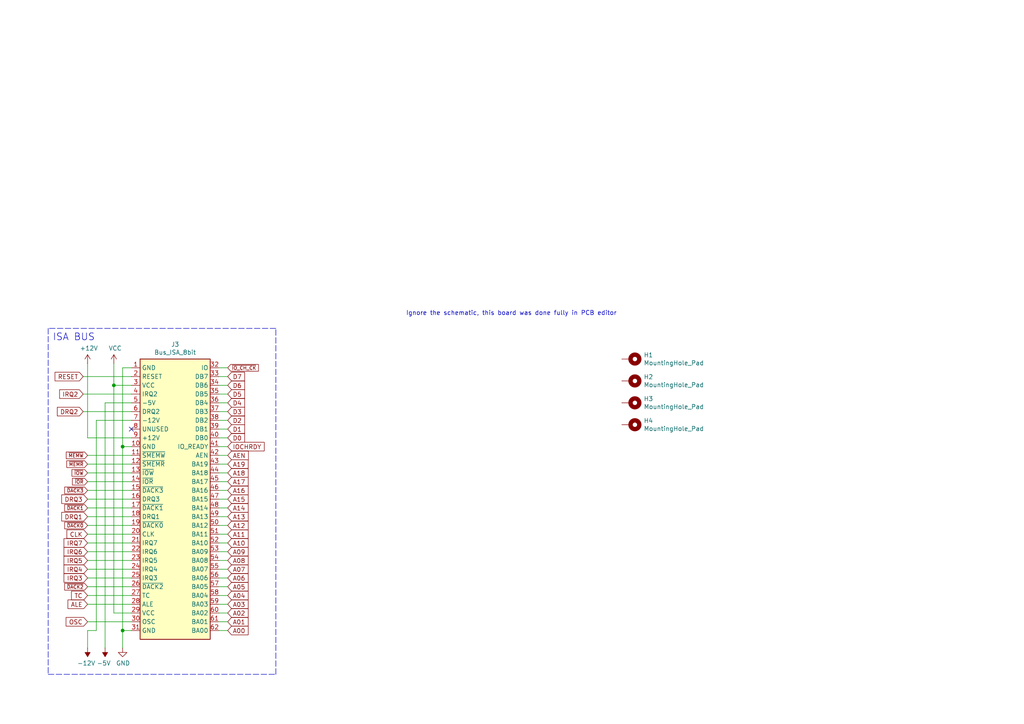
<source format=kicad_sch>
(kicad_sch (version 20250114) (generator "eeschema") (generator_version "9.0")
  (paper "A4")
  (lib_symbols
    (symbol "00Common:Bus_ISA_8bit"
      (property "Reference" "J" (at 0 42.545 0))
      (property "Value" "Bus_ISA_8bit" (at 0 -42.545 0))
      (symbol "Bus_ISA_8bit_0_1"
        (rectangle (start -10.16 -40.64) (end 10.16 40.64) (stroke (width 0.254)) (fill (type background)))
      )
      (symbol "Bus_ISA_8bit_1_1"
        (pin power_in line (at -12.7 38.1 0) (length 2.54) (name "GND") (number "1"))
        (pin output line (at -12.7 35.56 0) (length 2.54) (name "RESET") (number "2"))
        (pin power_out line (at -12.7 33.02 0) (length 2.54) (name "VCC") (number "3"))
        (pin passive line (at -12.7 30.48 0) (length 2.54) (name "IRQ2") (number "4"))
        (pin power_out line (at -12.7 27.94 0) (length 2.54) (name "-5V") (number "5"))
        (pin passive line (at -12.7 25.4 0) (length 2.54) (name "DRQ2") (number "6"))
        (pin power_out line (at -12.7 22.86 0) (length 2.54) (name "-12V") (number "7"))
        (pin passive line (at -12.7 20.32 0) (length 2.54) (name "UNUSED") (number "8"))
        (pin power_out line (at -12.7 17.78 0) (length 2.54) (name "+12V") (number "9"))
        (pin power_in line (at -12.7 15.24 0) (length 2.54) (name "GND") (number "10"))
        (pin bidirectional line (at -12.7 12.7 0) (length 2.54) (name "~{SMEMW}") (number "11"))
        (pin bidirectional line (at -12.7 10.16 0) (length 2.54) (name "~{SMEMR}") (number "12"))
        (pin bidirectional line (at -12.7 7.62 0) (length 2.54) (name "~{IOW}") (number "13"))
        (pin bidirectional line (at -12.7 5.08 0) (length 2.54) (name "~{IOR}") (number "14"))
        (pin passive line (at -12.7 2.54 0) (length 2.54) (name "~{DACK3}") (number "15"))
        (pin passive line (at -12.7 0 0) (length 2.54) (name "DRQ3") (number "16"))
        (pin passive line (at -12.7 -2.54 0) (length 2.54) (name "~{DACK1}") (number "17"))
        (pin passive line (at -12.7 -5.08 0) (length 2.54) (name "DRQ1") (number "18"))
        (pin passive line (at -12.7 -7.62 0) (length 2.54) (name "~{DACK0}") (number "19"))
        (pin output line (at -12.7 -10.16 0) (length 2.54) (name "CLK") (number "20"))
        (pin passive line (at -12.7 -12.7 0) (length 2.54) (name "IRQ7") (number "21"))
        (pin passive line (at -12.7 -15.24 0) (length 2.54) (name "IRQ6") (number "22"))
        (pin passive line (at -12.7 -17.78 0) (length 2.54) (name "IRQ5") (number "23"))
        (pin passive line (at -12.7 -20.32 0) (length 2.54) (name "IRQ4") (number "24"))
        (pin passive line (at -12.7 -22.86 0) (length 2.54) (name "IRQ3") (number "25"))
        (pin passive line (at -12.7 -25.4 0) (length 2.54) (name "~{DACK2}") (number "26"))
        (pin passive line (at -12.7 -27.94 0) (length 2.54) (name "TC") (number "27"))
        (pin output line (at -12.7 -30.48 0) (length 2.54) (name "ALE") (number "28"))
        (pin power_in line (at -12.7 -33.02 0) (length 2.54) (name "VCC") (number "29"))
        (pin output line (at -12.7 -35.56 0) (length 2.54) (name "OSC") (number "30"))
        (pin power_out line (at -12.7 -38.1 0) (length 2.54) (name "GND") (number "31"))
        (pin passive line (at 12.7 38.1 180) (length 2.54) (name "IO") (number "32"))
        (pin tri_state line (at 12.7 35.56 180) (length 2.54) (name "DB7") (number "33"))
        (pin tri_state line (at 12.7 33.02 180) (length 2.54) (name "DB6") (number "34"))
        (pin tri_state line (at 12.7 30.48 180) (length 2.54) (name "DB5") (number "35"))
        (pin tri_state line (at 12.7 27.94 180) (length 2.54) (name "DB4") (number "36"))
        (pin tri_state line (at 12.7 25.4 180) (length 2.54) (name "DB3") (number "37"))
        (pin tri_state line (at 12.7 22.86 180) (length 2.54) (name "DB2") (number "38"))
        (pin tri_state line (at 12.7 20.32 180) (length 2.54) (name "DB1") (number "39"))
        (pin tri_state line (at 12.7 17.78 180) (length 2.54) (name "DB0") (number "40"))
        (pin passive line (at 12.7 15.24 180) (length 2.54) (name "IO_READY") (number "41"))
        (pin output line (at 12.7 12.7 180) (length 2.54) (name "AEN") (number "42"))
        (pin tri_state line (at 12.7 10.16 180) (length 2.54) (name "BA19") (number "43"))
        (pin tri_state line (at 12.7 7.62 180) (length 2.54) (name "BA18") (number "44"))
        (pin tri_state line (at 12.7 5.08 180) (length 2.54) (name "BA17") (number "45"))
        (pin tri_state line (at 12.7 2.54 180) (length 2.54) (name "BA16") (number "46"))
        (pin tri_state line (at 12.7 0 180) (length 2.54) (name "BA15") (number "47"))
        (pin tri_state line (at 12.7 -2.54 180) (length 2.54) (name "BA14") (number "48"))
        (pin tri_state line (at 12.7 -5.08 180) (length 2.54) (name "BA13") (number "49"))
        (pin tri_state line (at 12.7 -7.62 180) (length 2.54) (name "BA12") (number "50"))
        (pin tri_state line (at 12.7 -10.16 180) (length 2.54) (name "BA11") (number "51"))
        (pin tri_state line (at 12.7 -12.7 180) (length 2.54) (name "BA10") (number "52"))
        (pin tri_state line (at 12.7 -15.24 180) (length 2.54) (name "BA09") (number "53"))
        (pin tri_state line (at 12.7 -17.78 180) (length 2.54) (name "BA08") (number "54"))
        (pin tri_state line (at 12.7 -20.32 180) (length 2.54) (name "BA07") (number "55"))
        (pin tri_state line (at 12.7 -22.86 180) (length 2.54) (name "BA06") (number "56"))
        (pin tri_state line (at 12.7 -25.4 180) (length 2.54) (name "BA05") (number "57"))
        (pin tri_state line (at 12.7 -27.94 180) (length 2.54) (name "BA04") (number "58"))
        (pin tri_state line (at 12.7 -30.48 180) (length 2.54) (name "BA03") (number "59"))
        (pin tri_state line (at 12.7 -33.02 180) (length 2.54) (name "BA02") (number "60"))
        (pin tri_state line (at 12.7 -35.56 180) (length 2.54) (name "BA01") (number "61"))
        (pin tri_state line (at 12.7 -38.1 180) (length 2.54) (name "BA00") (number "62"))
      )
    )
    (symbol "Mechanical:MountingHole_Pad" (pin_numbers (hide yes)) (pin_names (offset 1.016) (hide yes)) (in_bom no)
      (property "Reference" "H" (at 0 6.35 0))
      (property "Value" "MountingHole_Pad" (at 0 4.445 0))
      (symbol "MountingHole_Pad_0_1"
        (circle (center 0 1.27) (radius 1.27) (stroke (width 1.27)))
      )
      (symbol "MountingHole_Pad_1_1"
        (pin input line (at 0 -2.54 90) (length 2.54) (name "1") (number "1"))
      )
    )
    (symbol "power:+12V" (power) (pin_numbers (hide yes)) (pin_names (offset 0) (hide yes))
      (property "Value" "+12V" (at 0 3.556 0))
      (symbol "+12V_0_1"
        (polyline (pts (xy -0.762 1.27) (xy 0 2.54)))
        (polyline (pts (xy 0 2.54) (xy 0.762 1.27)))
        (polyline (pts (xy 0 0) (xy 0 2.54)))
      )
      (symbol "+12V_1_1"
        (pin power_in line (at 0 0 90) (length 0) (name "~") (number "1"))
      )
    )
    (symbol "power:-12V" (power) (pin_numbers (hide yes)) (pin_names (offset 0) (hide yes))
      (property "Value" "-12V" (at 0 3.556 0))
      (symbol "-12V_0_0"
        (pin power_in line (at 0 0 90) (length 0) (name "~") (number "1"))
      )
      (symbol "-12V_0_1"
        (polyline (pts (xy 0 0) (xy 0 1.27) (xy 0.762 1.27) (xy 0 2.54) (xy -0.762 1.27) (xy 0 1.27)) (fill (type outline)))
      )
    )
    (symbol "power:-5V" (power) (pin_numbers (hide yes)) (pin_names (offset 0) (hide yes))
      (property "Value" "-5V" (at 0 3.556 0))
      (symbol "-5V_0_0"
        (pin power_in line (at 0 0 90) (length 0) (name "~") (number "1"))
      )
      (symbol "-5V_0_1"
        (polyline (pts (xy 0 0) (xy 0 1.27) (xy 0.762 1.27) (xy 0 2.54) (xy -0.762 1.27) (xy 0 1.27)) (fill (type outline)))
      )
    )
    (symbol "power:GND" (power) (pin_numbers (hide yes)) (pin_names (offset 0) (hide yes))
      (property "Value" "GND" (at 0 -3.81 0))
      (symbol "GND_0_1"
        (polyline (pts (xy 0 0) (xy 0 -1.27) (xy 1.27 -1.27) (xy 0 -2.54) (xy -1.27 -1.27) (xy 0 -1.27)))
      )
      (symbol "GND_1_1"
        (pin power_in line (at 0 0 270) (length 0) (name "~") (number "1"))
      )
    )
    (symbol "power:VCC" (power) (pin_numbers (hide yes)) (pin_names (offset 0) (hide yes))
      (property "Value" "VCC" (at 0 3.556 0))
      (symbol "VCC_0_1"
        (polyline (pts (xy -0.762 1.27) (xy 0 2.54)))
        (polyline (pts (xy 0 2.54) (xy 0.762 1.27)))
        (polyline (pts (xy 0 0) (xy 0 2.54)))
      )
      (symbol "VCC_1_1"
        (pin power_in line (at 0 0 90) (length 0) (name "~") (number "1"))
      )
    )
  )
  (text "ISA BUS" (at 15.24 99.06 0) (effects (font (size 2.0066 2.0066)) (justify left bottom)))
  (text "Ignore the schematic, this board was done fully in PCB editor" (at 148.336 90.932 0) (effects (font (size 1.27 1.27))))
  (junction (at 35.56 129.54))
  (junction (at 35.56 182.88))
  (junction (at 33.02 111.76))
  (no_connect (at 38.1 124.46))
  (wire (pts (xy 35.56 182.88) (xy 35.56 187.96)))
  (wire (pts (xy 63.5 142.24) (xy 66.04 142.24)))
  (wire (pts (xy 63.5 172.72) (xy 66.04 172.72)))
  (wire (pts (xy 38.1 180.34) (xy 25.4 180.34)))
  (wire (pts (xy 63.5 109.22) (xy 66.04 109.22)))
  (wire (pts (xy 38.1 157.48) (xy 25.4 157.48)))
  (wire (pts (xy 24.13 114.3) (xy 38.1 114.3)))
  (wire (pts (xy 66.04 127) (xy 63.5 127)))
  (wire (pts (xy 35.56 106.68) (xy 35.56 129.54)))
  (wire (pts (xy 66.04 106.68) (xy 63.5 106.68)))
  (wire (pts (xy 38.1 129.54) (xy 35.56 129.54)))
  (wire (pts (xy 63.5 180.34) (xy 66.04 180.34)))
  (wire (pts (xy 38.1 160.02) (xy 25.4 160.02)))
  (wire (pts (xy 63.5 121.92) (xy 66.04 121.92)))
  (wire (pts (xy 24.13 119.38) (xy 38.1 119.38)))
  (wire (pts (xy 27.94 121.92) (xy 27.94 182.88)))
  (wire (pts (xy 30.48 116.84) (xy 30.48 187.96)))
  (wire (pts (xy 38.1 172.72) (xy 25.4 172.72)))
  (polyline (pts (xy 80.01 195.58) (xy 80.01 95.25)) (stroke (width 0) (type dash)))
  (polyline (pts (xy 80.01 95.25) (xy 13.97 95.25)) (stroke (width 0) (type dash)))
  (wire (pts (xy 38.1 147.32) (xy 25.4 147.32)))
  (wire (pts (xy 25.4 167.64) (xy 38.1 167.64)))
  (wire (pts (xy 63.5 175.26) (xy 66.04 175.26)))
  (wire (pts (xy 66.04 114.3) (xy 63.5 114.3)))
  (wire (pts (xy 66.04 165.1) (xy 63.5 165.1)))
  (wire (pts (xy 38.1 106.68) (xy 35.56 106.68)))
  (wire (pts (xy 38.1 139.7) (xy 25.4 139.7)))
  (wire (pts (xy 33.02 111.76) (xy 38.1 111.76)))
  (wire (pts (xy 63.5 129.54) (xy 66.04 129.54)))
  (wire (pts (xy 38.1 177.8) (xy 33.02 177.8)))
  (wire (pts (xy 38.1 175.26) (xy 25.4 175.26)))
  (wire (pts (xy 63.5 144.78) (xy 66.04 144.78)))
  (wire (pts (xy 63.5 170.18) (xy 66.04 170.18)))
  (wire (pts (xy 35.56 129.54) (xy 35.56 182.88)))
  (wire (pts (xy 66.04 177.8) (xy 63.5 177.8)))
  (wire (pts (xy 63.5 160.02) (xy 66.04 160.02)))
  (wire (pts (xy 38.1 109.22) (xy 24.13 109.22)))
  (wire (pts (xy 38.1 137.16) (xy 25.4 137.16)))
  (wire (pts (xy 63.5 162.56) (xy 66.04 162.56)))
  (wire (pts (xy 33.02 177.8) (xy 33.02 111.76)))
  (wire (pts (xy 63.5 167.64) (xy 66.04 167.64)))
  (wire (pts (xy 38.1 116.84) (xy 30.48 116.84)))
  (wire (pts (xy 63.5 154.94) (xy 66.04 154.94)))
  (wire (pts (xy 38.1 152.4) (xy 25.4 152.4)))
  (wire (pts (xy 25.4 127) (xy 25.4 105.41)))
  (wire (pts (xy 38.1 165.1) (xy 25.4 165.1)))
  (wire (pts (xy 33.02 105.41) (xy 33.02 111.76)))
  (polyline (pts (xy 13.97 195.58) (xy 80.01 195.58)) (stroke (width 0) (type dash)))
  (wire (pts (xy 63.5 132.08) (xy 66.04 132.08)))
  (wire (pts (xy 63.5 119.38) (xy 66.04 119.38)))
  (wire (pts (xy 63.5 147.32) (xy 66.04 147.32)))
  (wire (pts (xy 38.1 134.62) (xy 25.4 134.62)))
  (wire (pts (xy 38.1 154.94) (xy 25.4 154.94)))
  (wire (pts (xy 63.5 134.62) (xy 66.04 134.62)))
  (wire (pts (xy 38.1 149.86) (xy 25.4 149.86)))
  (wire (pts (xy 63.5 149.86) (xy 66.04 149.86)))
  (wire (pts (xy 38.1 127) (xy 25.4 127)))
  (wire (pts (xy 63.5 182.88) (xy 66.04 182.88)))
  (wire (pts (xy 38.1 182.88) (xy 35.56 182.88)))
  (wire (pts (xy 38.1 144.78) (xy 25.4 144.78)))
  (wire (pts (xy 63.5 124.46) (xy 66.04 124.46)))
  (polyline (pts (xy 13.97 95.25) (xy 13.97 195.58)) (stroke (width 0) (type dash)))
  (wire (pts (xy 38.1 142.24) (xy 25.4 142.24)))
  (wire (pts (xy 25.4 182.88) (xy 25.4 187.96)))
  (wire (pts (xy 63.5 111.76) (xy 66.04 111.76)))
  (wire (pts (xy 25.4 162.56) (xy 38.1 162.56)))
  (wire (pts (xy 27.94 182.88) (xy 25.4 182.88)))
  (wire (pts (xy 63.5 116.84) (xy 66.04 116.84)))
  (wire (pts (xy 66.04 139.7) (xy 63.5 139.7)))
  (wire (pts (xy 38.1 170.18) (xy 25.4 170.18)))
  (wire (pts (xy 38.1 132.08) (xy 25.4 132.08)))
  (wire (pts (xy 63.5 137.16) (xy 66.04 137.16)))
  (wire (pts (xy 66.04 152.4) (xy 63.5 152.4)))
  (wire (pts (xy 38.1 121.92) (xy 27.94 121.92)))
  (wire (pts (xy 63.5 157.48) (xy 66.04 157.48)))
  (global_label "DRQ1" (shape input) (at 25.4 149.86 180) (property "Intersheetrefs" "${INTERSHEET_REFS}" (effects (hide yes))))
  (global_label "A14" (shape input) (at 66.04 147.32 0) (property "Intersheetrefs" "${INTERSHEET_REFS}" (effects (hide yes))))
  (global_label "DRQ3" (shape input) (at 25.4 144.78 180) (property "Intersheetrefs" "${INTERSHEET_REFS}" (effects (hide yes))))
  (global_label "A11" (shape input) (at 66.04 154.94 0) (property "Intersheetrefs" "${INTERSHEET_REFS}" (effects (hide yes))))
  (global_label "A08" (shape input) (at 66.04 162.56 0) (property "Intersheetrefs" "${INTERSHEET_REFS}" (effects (hide yes))))
  (global_label "A18" (shape input) (at 66.04 137.16 0) (property "Intersheetrefs" "${INTERSHEET_REFS}" (effects (hide yes))))
  (global_label "~{IOW}" (shape input) (at 25.4 137.16 180) (effects (font (size 0.9906 0.9906))) (property "Intersheetrefs" "${INTERSHEET_REFS}" (effects (hide yes))))
  (global_label "A17" (shape input) (at 66.04 139.7 0) (property "Intersheetrefs" "${INTERSHEET_REFS}" (effects (hide yes))))
  (global_label "~{DACK3}" (shape input) (at 25.4 142.24 180) (effects (font (size 0.9906 0.9906))) (property "Intersheetrefs" "${INTERSHEET_REFS}" (effects (hide yes))))
  (global_label "A10" (shape input) (at 66.04 157.48 0) (property "Intersheetrefs" "${INTERSHEET_REFS}" (effects (hide yes))))
  (global_label "OSC" (shape input) (at 25.4 180.34 180) (property "Intersheetrefs" "${INTERSHEET_REFS}" (effects (hide yes))))
  (global_label "A15" (shape input) (at 66.04 144.78 0) (property "Intersheetrefs" "${INTERSHEET_REFS}" (effects (hide yes))))
  (global_label "~{IOR}" (shape input) (at 25.4 139.7 180) (effects (font (size 0.9906 0.9906))) (property "Intersheetrefs" "${INTERSHEET_REFS}" (effects (hide yes))))
  (global_label "D4" (shape input) (at 66.04 116.84 0) (property "Intersheetrefs" "${INTERSHEET_REFS}" (effects (hide yes))))
  (global_label "A19" (shape input) (at 66.04 134.62 0) (property "Intersheetrefs" "${INTERSHEET_REFS}" (effects (hide yes))))
  (global_label "D2" (shape input) (at 66.04 121.92 0) (property "Intersheetrefs" "${INTERSHEET_REFS}" (effects (hide yes))))
  (global_label "D0" (shape input) (at 66.04 127 0) (property "Intersheetrefs" "${INTERSHEET_REFS}" (effects (hide yes))))
  (global_label "A12" (shape input) (at 66.04 152.4 0) (property "Intersheetrefs" "${INTERSHEET_REFS}" (effects (hide yes))))
  (global_label "IRQ4" (shape input) (at 25.4 165.1 180) (property "Intersheetrefs" "${INTERSHEET_REFS}" (effects (hide yes))))
  (global_label "IRQ5" (shape input) (at 25.4 162.56 180) (property "Intersheetrefs" "${INTERSHEET_REFS}" (effects (hide yes))))
  (global_label "~{MEMW}" (shape input) (at 25.4 132.08 180) (effects (font (size 0.9906 0.9906))) (property "Intersheetrefs" "${INTERSHEET_REFS}" (effects (hide yes))))
  (global_label "TC" (shape input) (at 25.4 172.72 180) (property "Intersheetrefs" "${INTERSHEET_REFS}" (effects (hide yes))))
  (global_label "D6" (shape input) (at 66.04 111.76 0) (property "Intersheetrefs" "${INTERSHEET_REFS}" (effects (hide yes))))
  (global_label "D1" (shape input) (at 66.04 124.46 0) (property "Intersheetrefs" "${INTERSHEET_REFS}" (effects (hide yes))))
  (global_label "ALE" (shape input) (at 25.4 175.26 180) (property "Intersheetrefs" "${INTERSHEET_REFS}" (effects (hide yes))))
  (global_label "IRQ2" (shape input) (at 24.13 114.3 180) (property "Intersheetrefs" "${INTERSHEET_REFS}" (effects (hide yes))))
  (global_label "~{IO_CH_CK}" (shape input) (at 66.04 106.68 0) (effects (font (size 0.9906 0.9906))) (property "Intersheetrefs" "${INTERSHEET_REFS}" (effects (hide yes))))
  (global_label "IRQ6" (shape input) (at 25.4 160.02 180) (property "Intersheetrefs" "${INTERSHEET_REFS}" (effects (hide yes))))
  (global_label "D7" (shape input) (at 66.04 109.22 0) (property "Intersheetrefs" "${INTERSHEET_REFS}" (effects (hide yes))))
  (global_label "A01" (shape input) (at 66.04 180.34 0) (property "Intersheetrefs" "${INTERSHEET_REFS}" (effects (hide yes))))
  (global_label "DRQ2" (shape input) (at 24.13 119.38 180) (property "Intersheetrefs" "${INTERSHEET_REFS}" (effects (hide yes))))
  (global_label "A06" (shape input) (at 66.04 167.64 0) (property "Intersheetrefs" "${INTERSHEET_REFS}" (effects (hide yes))))
  (global_label "D3" (shape input) (at 66.04 119.38 0) (property "Intersheetrefs" "${INTERSHEET_REFS}" (effects (hide yes))))
  (global_label "RESET" (shape input) (at 24.13 109.22 180) (property "Intersheetrefs" "${INTERSHEET_REFS}" (effects (hide yes))))
  (global_label "A03" (shape input) (at 66.04 175.26 0) (property "Intersheetrefs" "${INTERSHEET_REFS}" (effects (hide yes))))
  (global_label "A07" (shape input) (at 66.04 165.1 0) (property "Intersheetrefs" "${INTERSHEET_REFS}" (effects (hide yes))))
  (global_label "CLK" (shape input) (at 25.4 154.94 180) (property "Intersheetrefs" "${INTERSHEET_REFS}" (effects (hide yes))))
  (global_label "A13" (shape input) (at 66.04 149.86 0) (property "Intersheetrefs" "${INTERSHEET_REFS}" (effects (hide yes))))
  (global_label "D5" (shape input) (at 66.04 114.3 0) (property "Intersheetrefs" "${INTERSHEET_REFS}" (effects (hide yes))))
  (global_label "~{MEMR}" (shape input) (at 25.4 134.62 180) (effects (font (size 0.9906 0.9906))) (property "Intersheetrefs" "${INTERSHEET_REFS}" (effects (hide yes))))
  (global_label "A00" (shape input) (at 66.04 182.88 0) (property "Intersheetrefs" "${INTERSHEET_REFS}" (effects (hide yes))))
  (global_label "~{DACK1}" (shape input) (at 25.4 147.32 180) (effects (font (size 0.9906 0.9906))) (property "Intersheetrefs" "${INTERSHEET_REFS}" (effects (hide yes))))
  (global_label "A02" (shape input) (at 66.04 177.8 0) (property "Intersheetrefs" "${INTERSHEET_REFS}" (effects (hide yes))))
  (global_label "IRQ3" (shape input) (at 25.4 167.64 180) (property "Intersheetrefs" "${INTERSHEET_REFS}" (effects (hide yes))))
  (global_label "~{DACK2}" (shape input) (at 25.4 170.18 180) (effects (font (size 0.9906 0.9906))) (property "Intersheetrefs" "${INTERSHEET_REFS}" (effects (hide yes))))
  (global_label "IRQ7" (shape input) (at 25.4 157.48 180) (property "Intersheetrefs" "${INTERSHEET_REFS}" (effects (hide yes))))
  (global_label "IOCHRDY" (shape input) (at 66.04 129.54 0) (property "Intersheetrefs" "${INTERSHEET_REFS}" (effects (hide yes))))
  (global_label "AEN" (shape input) (at 66.04 132.08 0) (property "Intersheetrefs" "${INTERSHEET_REFS}" (effects (hide yes))))
  (global_label "A04" (shape input) (at 66.04 172.72 0) (property "Intersheetrefs" "${INTERSHEET_REFS}" (effects (hide yes))))
  (global_label "A09" (shape input) (at 66.04 160.02 0) (property "Intersheetrefs" "${INTERSHEET_REFS}" (effects (hide yes))))
  (global_label "~{DACK0}" (shape input) (at 25.4 152.4 180) (effects (font (size 0.9906 0.9906))) (property "Intersheetrefs" "${INTERSHEET_REFS}" (effects (hide yes))))
  (global_label "A05" (shape input) (at 66.04 170.18 0) (property "Intersheetrefs" "${INTERSHEET_REFS}" (effects (hide yes))))
  (global_label "A16" (shape input) (at 66.04 142.24 0) (property "Intersheetrefs" "${INTERSHEET_REFS}" (effects (hide yes))))
  (symbol (lib_id "power:VCC") (at 33.02 105.41 0) (unit 1)
    (property "Reference" "#PWR0101" (effects (hide yes)))
    (property "Value" "VCC" (at 33.401 101.0158 0))
  )
  (symbol (lib_id "power:GND") (at 35.56 187.96 0) (unit 1)
    (property "Reference" "#PWR0102" (effects (hide yes)))
    (property "Value" "GND" (at 35.687 192.3542 0))
  )
  (symbol (lib_id "00Common:Bus_ISA_8bit") (at 50.8 144.78 0) (unit 1)
    (property "Reference" "J3" (at 50.8 99.8982 0))
    (property "Value" "Bus_ISA_8bit" (at 50.8 102.2096 0))
    (property "Footprint" "00Custom:BUS_XT" (effects (hide yes)))
    (property "Datasheet" "https://en.wikipedia.org/wiki/Industry_Standard_Architecture" (effects (hide yes)))
  )
  (symbol (lib_id "power:-5V") (at 30.48 187.96 180) (unit 1)
    (property "Reference" "#PWR0103" (effects (hide yes)))
    (property "Value" "-5V" (at 30.099 192.3542 0))
  )
  (symbol (lib_id "power:-12V") (at 25.4 187.96 180) (unit 1)
    (property "Reference" "#PWR0104" (effects (hide yes)))
    (property "Value" "-12V" (at 25.019 192.3542 0))
  )
  (symbol (lib_id "power:+12V") (at 25.4 105.41 0) (unit 1)
    (property "Reference" "#PWR0105" (effects (hide yes)))
    (property "Value" "+12V" (at 25.781 101.0158 0))
  )
  (symbol (lib_id "Mechanical:MountingHole_Pad") (at 182.88 104.14 270) (unit 1)
    (property "Reference" "H1" (at 186.69 102.9716 90) (effects (justify left)))
    (property "Value" "MountingHole_Pad" (at 186.69 105.283 90) (effects (justify left)))
    (property "Footprint" "MountingHole:MountingHole_3.5mm_Pad" (effects (hide yes)))
  )
  (symbol (lib_id "Mechanical:MountingHole_Pad") (at 182.88 110.49 270) (unit 1)
    (property "Reference" "H2" (at 186.69 109.3216 90) (effects (justify left)))
    (property "Value" "MountingHole_Pad" (at 186.69 111.633 90) (effects (justify left)))
    (property "Footprint" "MountingHole:MountingHole_3.5mm_Pad" (effects (hide yes)))
  )
  (symbol (lib_id "Mechanical:MountingHole_Pad") (at 182.88 116.84 270) (unit 1)
    (property "Reference" "H3" (at 186.69 115.6716 90) (effects (justify left)))
    (property "Value" "MountingHole_Pad" (at 186.69 117.983 90) (effects (justify left)))
    (property "Footprint" "MountingHole:MountingHole_3.5mm_Pad" (effects (hide yes)))
  )
  (symbol (lib_id "Mechanical:MountingHole_Pad") (at 182.88 123.19 270) (unit 1)
    (property "Reference" "H4" (at 186.69 122.0216 90) (effects (justify left)))
    (property "Value" "MountingHole_Pad" (at 186.69 124.333 90) (effects (justify left)))
    (property "Footprint" "MountingHole:MountingHole_3.5mm_Pad" (effects (hide yes)))
  )
)
</source>
